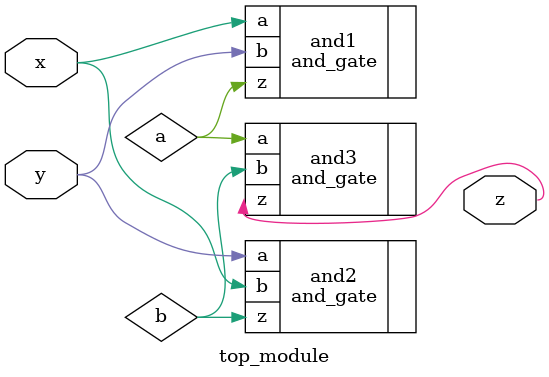
<source format=sv>
module top_module(
    input x,
    input y,
    output z);

    wire a, b;

    // Two input gates
    and_gate and1 (
        .a(x),
        .b(y),
        .z(a)
    );

    and_gate and2 (
        .a(y),
        .b(x),
        .z(b)
    );

    // One input gate
    and_gate and3 (
        .a(a),
        .b(b),
        .z(z)
    );

endmodule

</source>
